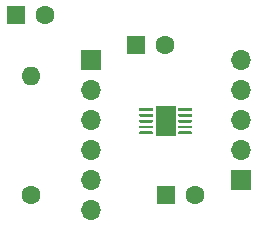
<source format=gbr>
%TF.GenerationSoftware,KiCad,Pcbnew,(5.1.10)-1*%
%TF.CreationDate,2021-09-09T15:03:09-05:00*%
%TF.ProjectId,BoostRegulatorBreakoutPCB,426f6f73-7452-4656-9775-6c61746f7242,00*%
%TF.SameCoordinates,Original*%
%TF.FileFunction,Soldermask,Top*%
%TF.FilePolarity,Negative*%
%FSLAX46Y46*%
G04 Gerber Fmt 4.6, Leading zero omitted, Abs format (unit mm)*
G04 Created by KiCad (PCBNEW (5.1.10)-1) date 2021-09-09 15:03:09*
%MOMM*%
%LPD*%
G01*
G04 APERTURE LIST*
%ADD10R,1.700000X2.500000*%
%ADD11O,1.600000X1.600000*%
%ADD12C,1.600000*%
%ADD13R,1.600000X1.600000*%
%ADD14O,1.700000X1.700000*%
%ADD15R,1.700000X1.700000*%
G04 APERTURE END LIST*
D10*
%TO.C,U1*%
X144780000Y-119507000D03*
G36*
G01*
X145830000Y-118569500D02*
X145830000Y-118444500D01*
G75*
G02*
X145892500Y-118382000I62500J0D01*
G01*
X146967500Y-118382000D01*
G75*
G02*
X147030000Y-118444500I0J-62500D01*
G01*
X147030000Y-118569500D01*
G75*
G02*
X146967500Y-118632000I-62500J0D01*
G01*
X145892500Y-118632000D01*
G75*
G02*
X145830000Y-118569500I0J62500D01*
G01*
G37*
G36*
G01*
X145830000Y-119069500D02*
X145830000Y-118944500D01*
G75*
G02*
X145892500Y-118882000I62500J0D01*
G01*
X146967500Y-118882000D01*
G75*
G02*
X147030000Y-118944500I0J-62500D01*
G01*
X147030000Y-119069500D01*
G75*
G02*
X146967500Y-119132000I-62500J0D01*
G01*
X145892500Y-119132000D01*
G75*
G02*
X145830000Y-119069500I0J62500D01*
G01*
G37*
G36*
G01*
X145830000Y-119569500D02*
X145830000Y-119444500D01*
G75*
G02*
X145892500Y-119382000I62500J0D01*
G01*
X146967500Y-119382000D01*
G75*
G02*
X147030000Y-119444500I0J-62500D01*
G01*
X147030000Y-119569500D01*
G75*
G02*
X146967500Y-119632000I-62500J0D01*
G01*
X145892500Y-119632000D01*
G75*
G02*
X145830000Y-119569500I0J62500D01*
G01*
G37*
G36*
G01*
X145830000Y-120069500D02*
X145830000Y-119944500D01*
G75*
G02*
X145892500Y-119882000I62500J0D01*
G01*
X146967500Y-119882000D01*
G75*
G02*
X147030000Y-119944500I0J-62500D01*
G01*
X147030000Y-120069500D01*
G75*
G02*
X146967500Y-120132000I-62500J0D01*
G01*
X145892500Y-120132000D01*
G75*
G02*
X145830000Y-120069500I0J62500D01*
G01*
G37*
G36*
G01*
X145830000Y-120569500D02*
X145830000Y-120444500D01*
G75*
G02*
X145892500Y-120382000I62500J0D01*
G01*
X146967500Y-120382000D01*
G75*
G02*
X147030000Y-120444500I0J-62500D01*
G01*
X147030000Y-120569500D01*
G75*
G02*
X146967500Y-120632000I-62500J0D01*
G01*
X145892500Y-120632000D01*
G75*
G02*
X145830000Y-120569500I0J62500D01*
G01*
G37*
G36*
G01*
X142530000Y-120569500D02*
X142530000Y-120444500D01*
G75*
G02*
X142592500Y-120382000I62500J0D01*
G01*
X143667500Y-120382000D01*
G75*
G02*
X143730000Y-120444500I0J-62500D01*
G01*
X143730000Y-120569500D01*
G75*
G02*
X143667500Y-120632000I-62500J0D01*
G01*
X142592500Y-120632000D01*
G75*
G02*
X142530000Y-120569500I0J62500D01*
G01*
G37*
G36*
G01*
X142530000Y-120069500D02*
X142530000Y-119944500D01*
G75*
G02*
X142592500Y-119882000I62500J0D01*
G01*
X143667500Y-119882000D01*
G75*
G02*
X143730000Y-119944500I0J-62500D01*
G01*
X143730000Y-120069500D01*
G75*
G02*
X143667500Y-120132000I-62500J0D01*
G01*
X142592500Y-120132000D01*
G75*
G02*
X142530000Y-120069500I0J62500D01*
G01*
G37*
G36*
G01*
X142530000Y-119569500D02*
X142530000Y-119444500D01*
G75*
G02*
X142592500Y-119382000I62500J0D01*
G01*
X143667500Y-119382000D01*
G75*
G02*
X143730000Y-119444500I0J-62500D01*
G01*
X143730000Y-119569500D01*
G75*
G02*
X143667500Y-119632000I-62500J0D01*
G01*
X142592500Y-119632000D01*
G75*
G02*
X142530000Y-119569500I0J62500D01*
G01*
G37*
G36*
G01*
X142530000Y-119069500D02*
X142530000Y-118944500D01*
G75*
G02*
X142592500Y-118882000I62500J0D01*
G01*
X143667500Y-118882000D01*
G75*
G02*
X143730000Y-118944500I0J-62500D01*
G01*
X143730000Y-119069500D01*
G75*
G02*
X143667500Y-119132000I-62500J0D01*
G01*
X142592500Y-119132000D01*
G75*
G02*
X142530000Y-119069500I0J62500D01*
G01*
G37*
G36*
G01*
X142530000Y-118569500D02*
X142530000Y-118444500D01*
G75*
G02*
X142592500Y-118382000I62500J0D01*
G01*
X143667500Y-118382000D01*
G75*
G02*
X143730000Y-118444500I0J-62500D01*
G01*
X143730000Y-118569500D01*
G75*
G02*
X143667500Y-118632000I-62500J0D01*
G01*
X142592500Y-118632000D01*
G75*
G02*
X142530000Y-118569500I0J62500D01*
G01*
G37*
%TD*%
D11*
%TO.C,L1*%
X133350000Y-115730000D03*
D12*
X133350000Y-125730000D03*
%TD*%
%TO.C,C3*%
X134580000Y-110490000D03*
D13*
X132080000Y-110490000D03*
%TD*%
D12*
%TO.C,C2*%
X144740000Y-113030000D03*
D13*
X142240000Y-113030000D03*
%TD*%
D12*
%TO.C,C1*%
X147280000Y-125730000D03*
D13*
X144780000Y-125730000D03*
%TD*%
D14*
%TO.C,J1*%
X138430000Y-127000000D03*
X138430000Y-124460000D03*
X138430000Y-121920000D03*
X138430000Y-119380000D03*
X138430000Y-116840000D03*
D15*
X138430000Y-114300000D03*
%TD*%
D14*
%TO.C,J2*%
X151130000Y-114300000D03*
X151130000Y-116840000D03*
X151130000Y-119380000D03*
X151130000Y-121920000D03*
D15*
X151130000Y-124460000D03*
%TD*%
M02*

</source>
